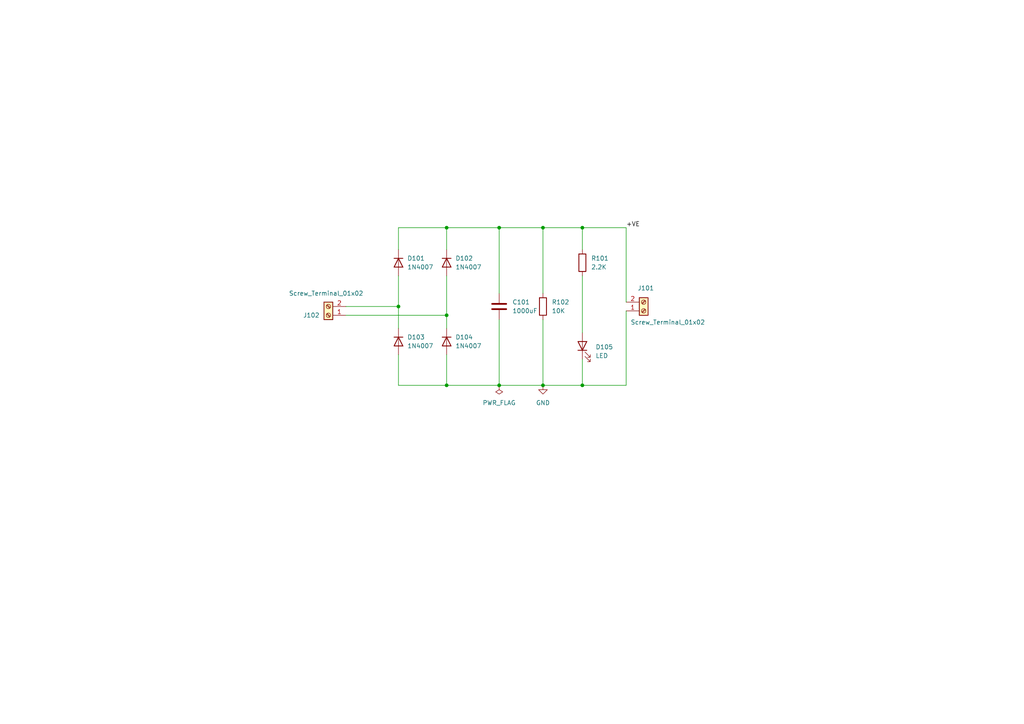
<source format=kicad_sch>
(kicad_sch
	(version 20250114)
	(generator "eeschema")
	(generator_version "9.0")
	(uuid "024c82da-e6ab-4364-bf0a-81fcd53a92ee")
	(paper "A4")
	(title_block
		(title "AC to DC coverter")
		(date "2025-10-03")
		(company "BhargavRamJosh")
	)
	(lib_symbols
		(symbol "Connector:Screw_Terminal_01x02"
			(pin_names
				(offset 1.016)
				(hide yes)
			)
			(exclude_from_sim no)
			(in_bom yes)
			(on_board yes)
			(property "Reference" "J"
				(at 0 2.54 0)
				(effects
					(font
						(size 1.27 1.27)
					)
				)
			)
			(property "Value" "Screw_Terminal_01x02"
				(at 0 -5.08 0)
				(effects
					(font
						(size 1.27 1.27)
					)
				)
			)
			(property "Footprint" ""
				(at 0 0 0)
				(effects
					(font
						(size 1.27 1.27)
					)
					(hide yes)
				)
			)
			(property "Datasheet" "~"
				(at 0 0 0)
				(effects
					(font
						(size 1.27 1.27)
					)
					(hide yes)
				)
			)
			(property "Description" "Generic screw terminal, single row, 01x02, script generated (kicad-library-utils/schlib/autogen/connector/)"
				(at 0 0 0)
				(effects
					(font
						(size 1.27 1.27)
					)
					(hide yes)
				)
			)
			(property "ki_keywords" "screw terminal"
				(at 0 0 0)
				(effects
					(font
						(size 1.27 1.27)
					)
					(hide yes)
				)
			)
			(property "ki_fp_filters" "TerminalBlock*:*"
				(at 0 0 0)
				(effects
					(font
						(size 1.27 1.27)
					)
					(hide yes)
				)
			)
			(symbol "Screw_Terminal_01x02_1_1"
				(rectangle
					(start -1.27 1.27)
					(end 1.27 -3.81)
					(stroke
						(width 0.254)
						(type default)
					)
					(fill
						(type background)
					)
				)
				(polyline
					(pts
						(xy -0.5334 0.3302) (xy 0.3302 -0.508)
					)
					(stroke
						(width 0.1524)
						(type default)
					)
					(fill
						(type none)
					)
				)
				(polyline
					(pts
						(xy -0.5334 -2.2098) (xy 0.3302 -3.048)
					)
					(stroke
						(width 0.1524)
						(type default)
					)
					(fill
						(type none)
					)
				)
				(polyline
					(pts
						(xy -0.3556 0.508) (xy 0.508 -0.3302)
					)
					(stroke
						(width 0.1524)
						(type default)
					)
					(fill
						(type none)
					)
				)
				(polyline
					(pts
						(xy -0.3556 -2.032) (xy 0.508 -2.8702)
					)
					(stroke
						(width 0.1524)
						(type default)
					)
					(fill
						(type none)
					)
				)
				(circle
					(center 0 0)
					(radius 0.635)
					(stroke
						(width 0.1524)
						(type default)
					)
					(fill
						(type none)
					)
				)
				(circle
					(center 0 -2.54)
					(radius 0.635)
					(stroke
						(width 0.1524)
						(type default)
					)
					(fill
						(type none)
					)
				)
				(pin passive line
					(at -5.08 0 0)
					(length 3.81)
					(name "Pin_1"
						(effects
							(font
								(size 1.27 1.27)
							)
						)
					)
					(number "1"
						(effects
							(font
								(size 1.27 1.27)
							)
						)
					)
				)
				(pin passive line
					(at -5.08 -2.54 0)
					(length 3.81)
					(name "Pin_2"
						(effects
							(font
								(size 1.27 1.27)
							)
						)
					)
					(number "2"
						(effects
							(font
								(size 1.27 1.27)
							)
						)
					)
				)
			)
			(embedded_fonts no)
		)
		(symbol "Device:C"
			(pin_numbers
				(hide yes)
			)
			(pin_names
				(offset 0.254)
			)
			(exclude_from_sim no)
			(in_bom yes)
			(on_board yes)
			(property "Reference" "C"
				(at 0.635 2.54 0)
				(effects
					(font
						(size 1.27 1.27)
					)
					(justify left)
				)
			)
			(property "Value" "C"
				(at 0.635 -2.54 0)
				(effects
					(font
						(size 1.27 1.27)
					)
					(justify left)
				)
			)
			(property "Footprint" ""
				(at 0.9652 -3.81 0)
				(effects
					(font
						(size 1.27 1.27)
					)
					(hide yes)
				)
			)
			(property "Datasheet" "~"
				(at 0 0 0)
				(effects
					(font
						(size 1.27 1.27)
					)
					(hide yes)
				)
			)
			(property "Description" "Unpolarized capacitor"
				(at 0 0 0)
				(effects
					(font
						(size 1.27 1.27)
					)
					(hide yes)
				)
			)
			(property "ki_keywords" "cap capacitor"
				(at 0 0 0)
				(effects
					(font
						(size 1.27 1.27)
					)
					(hide yes)
				)
			)
			(property "ki_fp_filters" "C_*"
				(at 0 0 0)
				(effects
					(font
						(size 1.27 1.27)
					)
					(hide yes)
				)
			)
			(symbol "C_0_1"
				(polyline
					(pts
						(xy -2.032 0.762) (xy 2.032 0.762)
					)
					(stroke
						(width 0.508)
						(type default)
					)
					(fill
						(type none)
					)
				)
				(polyline
					(pts
						(xy -2.032 -0.762) (xy 2.032 -0.762)
					)
					(stroke
						(width 0.508)
						(type default)
					)
					(fill
						(type none)
					)
				)
			)
			(symbol "C_1_1"
				(pin passive line
					(at 0 3.81 270)
					(length 2.794)
					(name "~"
						(effects
							(font
								(size 1.27 1.27)
							)
						)
					)
					(number "1"
						(effects
							(font
								(size 1.27 1.27)
							)
						)
					)
				)
				(pin passive line
					(at 0 -3.81 90)
					(length 2.794)
					(name "~"
						(effects
							(font
								(size 1.27 1.27)
							)
						)
					)
					(number "2"
						(effects
							(font
								(size 1.27 1.27)
							)
						)
					)
				)
			)
			(embedded_fonts no)
		)
		(symbol "Device:LED"
			(pin_numbers
				(hide yes)
			)
			(pin_names
				(offset 1.016)
				(hide yes)
			)
			(exclude_from_sim no)
			(in_bom yes)
			(on_board yes)
			(property "Reference" "D"
				(at 0 2.54 0)
				(effects
					(font
						(size 1.27 1.27)
					)
				)
			)
			(property "Value" "LED"
				(at 0 -2.54 0)
				(effects
					(font
						(size 1.27 1.27)
					)
				)
			)
			(property "Footprint" ""
				(at 0 0 0)
				(effects
					(font
						(size 1.27 1.27)
					)
					(hide yes)
				)
			)
			(property "Datasheet" "~"
				(at 0 0 0)
				(effects
					(font
						(size 1.27 1.27)
					)
					(hide yes)
				)
			)
			(property "Description" "Light emitting diode"
				(at 0 0 0)
				(effects
					(font
						(size 1.27 1.27)
					)
					(hide yes)
				)
			)
			(property "Sim.Pins" "1=K 2=A"
				(at 0 0 0)
				(effects
					(font
						(size 1.27 1.27)
					)
					(hide yes)
				)
			)
			(property "ki_keywords" "LED diode"
				(at 0 0 0)
				(effects
					(font
						(size 1.27 1.27)
					)
					(hide yes)
				)
			)
			(property "ki_fp_filters" "LED* LED_SMD:* LED_THT:*"
				(at 0 0 0)
				(effects
					(font
						(size 1.27 1.27)
					)
					(hide yes)
				)
			)
			(symbol "LED_0_1"
				(polyline
					(pts
						(xy -3.048 -0.762) (xy -4.572 -2.286) (xy -3.81 -2.286) (xy -4.572 -2.286) (xy -4.572 -1.524)
					)
					(stroke
						(width 0)
						(type default)
					)
					(fill
						(type none)
					)
				)
				(polyline
					(pts
						(xy -1.778 -0.762) (xy -3.302 -2.286) (xy -2.54 -2.286) (xy -3.302 -2.286) (xy -3.302 -1.524)
					)
					(stroke
						(width 0)
						(type default)
					)
					(fill
						(type none)
					)
				)
				(polyline
					(pts
						(xy -1.27 0) (xy 1.27 0)
					)
					(stroke
						(width 0)
						(type default)
					)
					(fill
						(type none)
					)
				)
				(polyline
					(pts
						(xy -1.27 -1.27) (xy -1.27 1.27)
					)
					(stroke
						(width 0.254)
						(type default)
					)
					(fill
						(type none)
					)
				)
				(polyline
					(pts
						(xy 1.27 -1.27) (xy 1.27 1.27) (xy -1.27 0) (xy 1.27 -1.27)
					)
					(stroke
						(width 0.254)
						(type default)
					)
					(fill
						(type none)
					)
				)
			)
			(symbol "LED_1_1"
				(pin passive line
					(at -3.81 0 0)
					(length 2.54)
					(name "K"
						(effects
							(font
								(size 1.27 1.27)
							)
						)
					)
					(number "1"
						(effects
							(font
								(size 1.27 1.27)
							)
						)
					)
				)
				(pin passive line
					(at 3.81 0 180)
					(length 2.54)
					(name "A"
						(effects
							(font
								(size 1.27 1.27)
							)
						)
					)
					(number "2"
						(effects
							(font
								(size 1.27 1.27)
							)
						)
					)
				)
			)
			(embedded_fonts no)
		)
		(symbol "Device:R"
			(pin_numbers
				(hide yes)
			)
			(pin_names
				(offset 0)
			)
			(exclude_from_sim no)
			(in_bom yes)
			(on_board yes)
			(property "Reference" "R"
				(at 2.032 0 90)
				(effects
					(font
						(size 1.27 1.27)
					)
				)
			)
			(property "Value" "R"
				(at 0 0 90)
				(effects
					(font
						(size 1.27 1.27)
					)
				)
			)
			(property "Footprint" ""
				(at -1.778 0 90)
				(effects
					(font
						(size 1.27 1.27)
					)
					(hide yes)
				)
			)
			(property "Datasheet" "~"
				(at 0 0 0)
				(effects
					(font
						(size 1.27 1.27)
					)
					(hide yes)
				)
			)
			(property "Description" "Resistor"
				(at 0 0 0)
				(effects
					(font
						(size 1.27 1.27)
					)
					(hide yes)
				)
			)
			(property "ki_keywords" "R res resistor"
				(at 0 0 0)
				(effects
					(font
						(size 1.27 1.27)
					)
					(hide yes)
				)
			)
			(property "ki_fp_filters" "R_*"
				(at 0 0 0)
				(effects
					(font
						(size 1.27 1.27)
					)
					(hide yes)
				)
			)
			(symbol "R_0_1"
				(rectangle
					(start -1.016 -2.54)
					(end 1.016 2.54)
					(stroke
						(width 0.254)
						(type default)
					)
					(fill
						(type none)
					)
				)
			)
			(symbol "R_1_1"
				(pin passive line
					(at 0 3.81 270)
					(length 1.27)
					(name "~"
						(effects
							(font
								(size 1.27 1.27)
							)
						)
					)
					(number "1"
						(effects
							(font
								(size 1.27 1.27)
							)
						)
					)
				)
				(pin passive line
					(at 0 -3.81 90)
					(length 1.27)
					(name "~"
						(effects
							(font
								(size 1.27 1.27)
							)
						)
					)
					(number "2"
						(effects
							(font
								(size 1.27 1.27)
							)
						)
					)
				)
			)
			(embedded_fonts no)
		)
		(symbol "Diode:1N4007"
			(pin_numbers
				(hide yes)
			)
			(pin_names
				(hide yes)
			)
			(exclude_from_sim no)
			(in_bom yes)
			(on_board yes)
			(property "Reference" "D"
				(at 0 2.54 0)
				(effects
					(font
						(size 1.27 1.27)
					)
				)
			)
			(property "Value" "1N4007"
				(at 0 -2.54 0)
				(effects
					(font
						(size 1.27 1.27)
					)
				)
			)
			(property "Footprint" "Diode_THT:D_DO-41_SOD81_P10.16mm_Horizontal"
				(at 0 -4.445 0)
				(effects
					(font
						(size 1.27 1.27)
					)
					(hide yes)
				)
			)
			(property "Datasheet" "http://www.vishay.com/docs/88503/1n4001.pdf"
				(at 0 0 0)
				(effects
					(font
						(size 1.27 1.27)
					)
					(hide yes)
				)
			)
			(property "Description" "1000V 1A General Purpose Rectifier Diode, DO-41"
				(at 0 0 0)
				(effects
					(font
						(size 1.27 1.27)
					)
					(hide yes)
				)
			)
			(property "Sim.Device" "D"
				(at 0 0 0)
				(effects
					(font
						(size 1.27 1.27)
					)
					(hide yes)
				)
			)
			(property "Sim.Pins" "1=K 2=A"
				(at 0 0 0)
				(effects
					(font
						(size 1.27 1.27)
					)
					(hide yes)
				)
			)
			(property "ki_keywords" "diode"
				(at 0 0 0)
				(effects
					(font
						(size 1.27 1.27)
					)
					(hide yes)
				)
			)
			(property "ki_fp_filters" "D*DO?41*"
				(at 0 0 0)
				(effects
					(font
						(size 1.27 1.27)
					)
					(hide yes)
				)
			)
			(symbol "1N4007_0_1"
				(polyline
					(pts
						(xy -1.27 1.27) (xy -1.27 -1.27)
					)
					(stroke
						(width 0.254)
						(type default)
					)
					(fill
						(type none)
					)
				)
				(polyline
					(pts
						(xy 1.27 1.27) (xy 1.27 -1.27) (xy -1.27 0) (xy 1.27 1.27)
					)
					(stroke
						(width 0.254)
						(type default)
					)
					(fill
						(type none)
					)
				)
				(polyline
					(pts
						(xy 1.27 0) (xy -1.27 0)
					)
					(stroke
						(width 0)
						(type default)
					)
					(fill
						(type none)
					)
				)
			)
			(symbol "1N4007_1_1"
				(pin passive line
					(at -3.81 0 0)
					(length 2.54)
					(name "K"
						(effects
							(font
								(size 1.27 1.27)
							)
						)
					)
					(number "1"
						(effects
							(font
								(size 1.27 1.27)
							)
						)
					)
				)
				(pin passive line
					(at 3.81 0 180)
					(length 2.54)
					(name "A"
						(effects
							(font
								(size 1.27 1.27)
							)
						)
					)
					(number "2"
						(effects
							(font
								(size 1.27 1.27)
							)
						)
					)
				)
			)
			(embedded_fonts no)
		)
		(symbol "power:GND"
			(power)
			(pin_numbers
				(hide yes)
			)
			(pin_names
				(offset 0)
				(hide yes)
			)
			(exclude_from_sim no)
			(in_bom yes)
			(on_board yes)
			(property "Reference" "#PWR"
				(at 0 -6.35 0)
				(effects
					(font
						(size 1.27 1.27)
					)
					(hide yes)
				)
			)
			(property "Value" "GND"
				(at 0 -3.81 0)
				(effects
					(font
						(size 1.27 1.27)
					)
				)
			)
			(property "Footprint" ""
				(at 0 0 0)
				(effects
					(font
						(size 1.27 1.27)
					)
					(hide yes)
				)
			)
			(property "Datasheet" ""
				(at 0 0 0)
				(effects
					(font
						(size 1.27 1.27)
					)
					(hide yes)
				)
			)
			(property "Description" "Power symbol creates a global label with name \"GND\" , ground"
				(at 0 0 0)
				(effects
					(font
						(size 1.27 1.27)
					)
					(hide yes)
				)
			)
			(property "ki_keywords" "global power"
				(at 0 0 0)
				(effects
					(font
						(size 1.27 1.27)
					)
					(hide yes)
				)
			)
			(symbol "GND_0_1"
				(polyline
					(pts
						(xy 0 0) (xy 0 -1.27) (xy 1.27 -1.27) (xy 0 -2.54) (xy -1.27 -1.27) (xy 0 -1.27)
					)
					(stroke
						(width 0)
						(type default)
					)
					(fill
						(type none)
					)
				)
			)
			(symbol "GND_1_1"
				(pin power_in line
					(at 0 0 270)
					(length 0)
					(name "~"
						(effects
							(font
								(size 1.27 1.27)
							)
						)
					)
					(number "1"
						(effects
							(font
								(size 1.27 1.27)
							)
						)
					)
				)
			)
			(embedded_fonts no)
		)
		(symbol "power:PWR_FLAG"
			(power)
			(pin_numbers
				(hide yes)
			)
			(pin_names
				(offset 0)
				(hide yes)
			)
			(exclude_from_sim no)
			(in_bom yes)
			(on_board yes)
			(property "Reference" "#FLG"
				(at 0 1.905 0)
				(effects
					(font
						(size 1.27 1.27)
					)
					(hide yes)
				)
			)
			(property "Value" "PWR_FLAG"
				(at 0 3.81 0)
				(effects
					(font
						(size 1.27 1.27)
					)
				)
			)
			(property "Footprint" ""
				(at 0 0 0)
				(effects
					(font
						(size 1.27 1.27)
					)
					(hide yes)
				)
			)
			(property "Datasheet" "~"
				(at 0 0 0)
				(effects
					(font
						(size 1.27 1.27)
					)
					(hide yes)
				)
			)
			(property "Description" "Special symbol for telling ERC where power comes from"
				(at 0 0 0)
				(effects
					(font
						(size 1.27 1.27)
					)
					(hide yes)
				)
			)
			(property "ki_keywords" "flag power"
				(at 0 0 0)
				(effects
					(font
						(size 1.27 1.27)
					)
					(hide yes)
				)
			)
			(symbol "PWR_FLAG_0_0"
				(pin power_out line
					(at 0 0 90)
					(length 0)
					(name "~"
						(effects
							(font
								(size 1.27 1.27)
							)
						)
					)
					(number "1"
						(effects
							(font
								(size 1.27 1.27)
							)
						)
					)
				)
			)
			(symbol "PWR_FLAG_0_1"
				(polyline
					(pts
						(xy 0 0) (xy 0 1.27) (xy -1.016 1.905) (xy 0 2.54) (xy 1.016 1.905) (xy 0 1.27)
					)
					(stroke
						(width 0)
						(type default)
					)
					(fill
						(type none)
					)
				)
			)
			(embedded_fonts no)
		)
	)
	(junction
		(at 129.54 91.44)
		(diameter 0)
		(color 0 0 0 0)
		(uuid "0c8c015d-d0f9-49c7-866c-b2dbf14b0559")
	)
	(junction
		(at 144.78 66.04)
		(diameter 0)
		(color 0 0 0 0)
		(uuid "65d5d7d5-ed08-4308-a810-cf07c33a87a8")
	)
	(junction
		(at 129.54 66.04)
		(diameter 0)
		(color 0 0 0 0)
		(uuid "8acc20ae-a4e9-464d-b613-833cd0398eee")
	)
	(junction
		(at 168.91 66.04)
		(diameter 0)
		(color 0 0 0 0)
		(uuid "90cd4748-2d65-40cc-9bf6-45503b324d14")
	)
	(junction
		(at 157.48 66.04)
		(diameter 0)
		(color 0 0 0 0)
		(uuid "930f90de-d3b4-434b-803c-b6cffeaba174")
	)
	(junction
		(at 129.54 111.76)
		(diameter 0)
		(color 0 0 0 0)
		(uuid "9f75d249-b838-4d05-b161-a8fd03f68fb2")
	)
	(junction
		(at 157.48 111.76)
		(diameter 0)
		(color 0 0 0 0)
		(uuid "b0a588df-4236-4a62-b2a6-5050047835f1")
	)
	(junction
		(at 115.57 88.9)
		(diameter 0)
		(color 0 0 0 0)
		(uuid "bb36a4ba-7864-4b47-8331-ab9ed6bcf84c")
	)
	(junction
		(at 144.78 111.76)
		(diameter 0)
		(color 0 0 0 0)
		(uuid "d0f66cbd-8909-4937-b052-292aa8af0c96")
	)
	(junction
		(at 168.91 111.76)
		(diameter 0)
		(color 0 0 0 0)
		(uuid "efc29fe6-667a-467a-ac7e-27c1a0a30811")
	)
	(wire
		(pts
			(xy 168.91 104.14) (xy 168.91 111.76)
		)
		(stroke
			(width 0)
			(type default)
		)
		(uuid "1116012b-d730-48cd-8dc6-183122dc394b")
	)
	(wire
		(pts
			(xy 115.57 102.87) (xy 115.57 111.76)
		)
		(stroke
			(width 0)
			(type default)
		)
		(uuid "137f3af4-c010-4f18-9679-7ec42aa6e50a")
	)
	(wire
		(pts
			(xy 168.91 80.01) (xy 168.91 96.52)
		)
		(stroke
			(width 0)
			(type default)
		)
		(uuid "1e29e9b5-e4f6-4fba-906e-527762f22b3f")
	)
	(wire
		(pts
			(xy 144.78 66.04) (xy 157.48 66.04)
		)
		(stroke
			(width 0)
			(type default)
		)
		(uuid "1f277817-b70e-4a60-acd2-c3d22621f834")
	)
	(wire
		(pts
			(xy 115.57 111.76) (xy 129.54 111.76)
		)
		(stroke
			(width 0)
			(type default)
		)
		(uuid "272631fb-8312-4fbd-b87d-e77eef7f64d1")
	)
	(wire
		(pts
			(xy 115.57 88.9) (xy 115.57 95.25)
		)
		(stroke
			(width 0)
			(type default)
		)
		(uuid "2b4cb905-2bf0-4566-83af-f684eb7d70b8")
	)
	(wire
		(pts
			(xy 144.78 85.09) (xy 144.78 66.04)
		)
		(stroke
			(width 0)
			(type default)
		)
		(uuid "33d2f48f-5395-4b26-9c46-3caad4aafe41")
	)
	(wire
		(pts
			(xy 181.61 87.63) (xy 181.61 66.04)
		)
		(stroke
			(width 0)
			(type default)
		)
		(uuid "3c84586b-dfe7-455b-8f86-a0b398fd1a22")
	)
	(wire
		(pts
			(xy 181.61 66.04) (xy 168.91 66.04)
		)
		(stroke
			(width 0)
			(type default)
		)
		(uuid "3cb3b5fe-ad18-4187-802e-74b078dced35")
	)
	(wire
		(pts
			(xy 129.54 111.76) (xy 129.54 102.87)
		)
		(stroke
			(width 0)
			(type default)
		)
		(uuid "425c6159-30b2-4bef-aec4-95e8782112c6")
	)
	(wire
		(pts
			(xy 144.78 92.71) (xy 144.78 111.76)
		)
		(stroke
			(width 0)
			(type default)
		)
		(uuid "63fa6345-a008-4a0e-b53c-5ad305cad5b8")
	)
	(wire
		(pts
			(xy 157.48 111.76) (xy 144.78 111.76)
		)
		(stroke
			(width 0)
			(type default)
		)
		(uuid "69e774b4-80b4-49d0-94df-3501ea918bd2")
	)
	(wire
		(pts
			(xy 144.78 66.04) (xy 129.54 66.04)
		)
		(stroke
			(width 0)
			(type default)
		)
		(uuid "71fedd9e-bd9a-4440-a9f9-b506e69a1e01")
	)
	(wire
		(pts
			(xy 100.33 91.44) (xy 129.54 91.44)
		)
		(stroke
			(width 0)
			(type default)
		)
		(uuid "7393e4fc-6639-4eb6-a015-b905f8375f19")
	)
	(wire
		(pts
			(xy 115.57 80.01) (xy 115.57 88.9)
		)
		(stroke
			(width 0)
			(type default)
		)
		(uuid "7a7fea30-61d0-4759-a5fc-3f4b25aa12b1")
	)
	(wire
		(pts
			(xy 157.48 92.71) (xy 157.48 111.76)
		)
		(stroke
			(width 0)
			(type default)
		)
		(uuid "7e5375b4-09ce-4513-acf8-bad2e0f65267")
	)
	(wire
		(pts
			(xy 100.33 88.9) (xy 115.57 88.9)
		)
		(stroke
			(width 0)
			(type default)
		)
		(uuid "8209f9e1-25a5-4929-8a7f-a23d9bd52f3c")
	)
	(wire
		(pts
			(xy 144.78 111.76) (xy 129.54 111.76)
		)
		(stroke
			(width 0)
			(type default)
		)
		(uuid "837469f6-6b26-497d-b9fb-3e9af131a35a")
	)
	(wire
		(pts
			(xy 168.91 66.04) (xy 157.48 66.04)
		)
		(stroke
			(width 0)
			(type default)
		)
		(uuid "83d8e714-215c-43e1-afe1-a65651f36c6c")
	)
	(wire
		(pts
			(xy 181.61 111.76) (xy 168.91 111.76)
		)
		(stroke
			(width 0)
			(type default)
		)
		(uuid "a9916a9e-fb60-4644-8f2a-ec2738d62808")
	)
	(wire
		(pts
			(xy 115.57 72.39) (xy 115.57 66.04)
		)
		(stroke
			(width 0)
			(type default)
		)
		(uuid "ad3548db-8b28-4e95-8861-255c7e7f1022")
	)
	(wire
		(pts
			(xy 168.91 111.76) (xy 157.48 111.76)
		)
		(stroke
			(width 0)
			(type default)
		)
		(uuid "b2f9c20d-a351-4e78-96ff-d0990b63813b")
	)
	(wire
		(pts
			(xy 129.54 91.44) (xy 129.54 95.25)
		)
		(stroke
			(width 0)
			(type default)
		)
		(uuid "b4e03c5e-af18-46d4-a073-62d369241c35")
	)
	(wire
		(pts
			(xy 129.54 66.04) (xy 129.54 72.39)
		)
		(stroke
			(width 0)
			(type default)
		)
		(uuid "c11a73c2-96ad-49be-a378-b945958127ad")
	)
	(wire
		(pts
			(xy 157.48 85.09) (xy 157.48 66.04)
		)
		(stroke
			(width 0)
			(type default)
		)
		(uuid "c4579926-312e-42ac-9fad-1218bc5e295d")
	)
	(wire
		(pts
			(xy 115.57 66.04) (xy 129.54 66.04)
		)
		(stroke
			(width 0)
			(type default)
		)
		(uuid "d7419500-c352-41b2-ab56-76cf0156d4cb")
	)
	(wire
		(pts
			(xy 168.91 72.39) (xy 168.91 66.04)
		)
		(stroke
			(width 0)
			(type default)
		)
		(uuid "ebaf4189-93bf-4968-b732-6d618b2acc8b")
	)
	(wire
		(pts
			(xy 129.54 80.01) (xy 129.54 91.44)
		)
		(stroke
			(width 0)
			(type default)
		)
		(uuid "f90dd588-5392-4fb8-8910-d71d35ef2b2e")
	)
	(wire
		(pts
			(xy 181.61 90.17) (xy 181.61 111.76)
		)
		(stroke
			(width 0)
			(type default)
		)
		(uuid "fda272d1-75ca-4589-8e0c-8ef2b1fd684f")
	)
	(label "+VE"
		(at 181.61 66.04 0)
		(effects
			(font
				(size 1.27 1.27)
			)
			(justify left bottom)
		)
		(uuid "e8179fe4-7002-4c21-9821-03eead06085b")
	)
	(symbol
		(lib_id "Diode:1N4007")
		(at 129.54 76.2 270)
		(unit 1)
		(exclude_from_sim no)
		(in_bom yes)
		(on_board yes)
		(dnp no)
		(fields_autoplaced yes)
		(uuid "0c79b997-2275-465c-9046-c6afc3dafbe0")
		(property "Reference" "D102"
			(at 132.08 74.9299 90)
			(effects
				(font
					(size 1.27 1.27)
				)
				(justify left)
			)
		)
		(property "Value" "1N4007"
			(at 132.08 77.4699 90)
			(effects
				(font
					(size 1.27 1.27)
				)
				(justify left)
			)
		)
		(property "Footprint" "Diode_THT:D_DO-41_SOD81_P10.16mm_Horizontal"
			(at 125.095 76.2 0)
			(effects
				(font
					(size 1.27 1.27)
				)
				(hide yes)
			)
		)
		(property "Datasheet" "http://www.vishay.com/docs/88503/1n4001.pdf"
			(at 129.54 76.2 0)
			(effects
				(font
					(size 1.27 1.27)
				)
				(hide yes)
			)
		)
		(property "Description" "1000V 1A General Purpose Rectifier Diode, DO-41"
			(at 129.54 76.2 0)
			(effects
				(font
					(size 1.27 1.27)
				)
				(hide yes)
			)
		)
		(property "Sim.Device" "D"
			(at 129.54 76.2 0)
			(effects
				(font
					(size 1.27 1.27)
				)
				(hide yes)
			)
		)
		(property "Sim.Pins" "1=K 2=A"
			(at 129.54 76.2 0)
			(effects
				(font
					(size 1.27 1.27)
				)
				(hide yes)
			)
		)
		(pin "2"
			(uuid "fe72ada9-9a45-4ac9-a7e4-c8dd88c2f36a")
		)
		(pin "1"
			(uuid "a87a9fc9-da03-478c-9769-f65ff81d56c4")
		)
		(instances
			(project ""
				(path "/024c82da-e6ab-4364-bf0a-81fcd53a92ee"
					(reference "D102")
					(unit 1)
				)
			)
		)
	)
	(symbol
		(lib_id "Connector:Screw_Terminal_01x02")
		(at 95.25 91.44 180)
		(unit 1)
		(exclude_from_sim no)
		(in_bom yes)
		(on_board yes)
		(dnp no)
		(uuid "247c3307-9f0e-4500-aa10-6281f66c43d9")
		(property "Reference" "J102"
			(at 92.71 91.4401 0)
			(effects
				(font
					(size 1.27 1.27)
				)
				(justify left)
			)
		)
		(property "Value" "Screw_Terminal_01x02"
			(at 105.41 85.09 0)
			(effects
				(font
					(size 1.27 1.27)
				)
				(justify left)
			)
		)
		(property "Footprint" "TerminalBlock:TerminalBlock_bornier-2_P5.08mm"
			(at 95.25 91.44 0)
			(effects
				(font
					(size 1.27 1.27)
				)
				(hide yes)
			)
		)
		(property "Datasheet" "~"
			(at 95.25 91.44 0)
			(effects
				(font
					(size 1.27 1.27)
				)
				(hide yes)
			)
		)
		(property "Description" "Generic screw terminal, single row, 01x02, script generated (kicad-library-utils/schlib/autogen/connector/)"
			(at 95.25 91.44 0)
			(effects
				(font
					(size 1.27 1.27)
				)
				(hide yes)
			)
		)
		(pin "2"
			(uuid "f629d353-483b-42c8-9bbb-b15f473e5461")
		)
		(pin "1"
			(uuid "c9e7a7a5-144f-4ab4-86cf-55d947baf7b3")
		)
		(instances
			(project ""
				(path "/024c82da-e6ab-4364-bf0a-81fcd53a92ee"
					(reference "J102")
					(unit 1)
				)
			)
		)
	)
	(symbol
		(lib_id "Device:C")
		(at 144.78 88.9 0)
		(unit 1)
		(exclude_from_sim no)
		(in_bom yes)
		(on_board yes)
		(dnp no)
		(fields_autoplaced yes)
		(uuid "2685d5cd-8b78-409c-8d9c-5d72428fb5bb")
		(property "Reference" "C101"
			(at 148.59 87.6299 0)
			(effects
				(font
					(size 1.27 1.27)
				)
				(justify left)
			)
		)
		(property "Value" "1000uF"
			(at 148.59 90.1699 0)
			(effects
				(font
					(size 1.27 1.27)
				)
				(justify left)
			)
		)
		(property "Footprint" "Capacitor_THT:C_Radial_D8.0mm_H11.5mm_P3.50mm"
			(at 145.7452 92.71 0)
			(effects
				(font
					(size 1.27 1.27)
				)
				(hide yes)
			)
		)
		(property "Datasheet" "~"
			(at 144.78 88.9 0)
			(effects
				(font
					(size 1.27 1.27)
				)
				(hide yes)
			)
		)
		(property "Description" "Unpolarized capacitor"
			(at 144.78 88.9 0)
			(effects
				(font
					(size 1.27 1.27)
				)
				(hide yes)
			)
		)
		(pin "2"
			(uuid "0810eda9-cff2-464f-96e5-a7d7ea6ba41e")
		)
		(pin "1"
			(uuid "2cd1d24b-53c3-422b-b944-17621b4d29e4")
		)
		(instances
			(project ""
				(path "/024c82da-e6ab-4364-bf0a-81fcd53a92ee"
					(reference "C101")
					(unit 1)
				)
			)
		)
	)
	(symbol
		(lib_id "power:GND")
		(at 157.48 111.76 0)
		(unit 1)
		(exclude_from_sim no)
		(in_bom yes)
		(on_board yes)
		(dnp no)
		(fields_autoplaced yes)
		(uuid "2715a6f8-c9dc-46fa-8da7-4a79f8b62d42")
		(property "Reference" "#PWR0101"
			(at 157.48 118.11 0)
			(effects
				(font
					(size 1.27 1.27)
				)
				(hide yes)
			)
		)
		(property "Value" "GND"
			(at 157.48 116.84 0)
			(effects
				(font
					(size 1.27 1.27)
				)
			)
		)
		(property "Footprint" ""
			(at 157.48 111.76 0)
			(effects
				(font
					(size 1.27 1.27)
				)
				(hide yes)
			)
		)
		(property "Datasheet" ""
			(at 157.48 111.76 0)
			(effects
				(font
					(size 1.27 1.27)
				)
				(hide yes)
			)
		)
		(property "Description" "Power symbol creates a global label with name \"GND\" , ground"
			(at 157.48 111.76 0)
			(effects
				(font
					(size 1.27 1.27)
				)
				(hide yes)
			)
		)
		(pin "1"
			(uuid "1ddf096a-5b40-47d0-b801-8337027edc31")
		)
		(instances
			(project ""
				(path "/024c82da-e6ab-4364-bf0a-81fcd53a92ee"
					(reference "#PWR0101")
					(unit 1)
				)
			)
		)
	)
	(symbol
		(lib_id "Diode:1N4007")
		(at 129.54 99.06 270)
		(unit 1)
		(exclude_from_sim no)
		(in_bom yes)
		(on_board yes)
		(dnp no)
		(fields_autoplaced yes)
		(uuid "51af438b-0360-4abf-b2f9-7a36fcd1e903")
		(property "Reference" "D104"
			(at 132.08 97.7899 90)
			(effects
				(font
					(size 1.27 1.27)
				)
				(justify left)
			)
		)
		(property "Value" "1N4007"
			(at 132.08 100.3299 90)
			(effects
				(font
					(size 1.27 1.27)
				)
				(justify left)
			)
		)
		(property "Footprint" "Diode_THT:D_DO-41_SOD81_P10.16mm_Horizontal"
			(at 125.095 99.06 0)
			(effects
				(font
					(size 1.27 1.27)
				)
				(hide yes)
			)
		)
		(property "Datasheet" "http://www.vishay.com/docs/88503/1n4001.pdf"
			(at 129.54 99.06 0)
			(effects
				(font
					(size 1.27 1.27)
				)
				(hide yes)
			)
		)
		(property "Description" "1000V 1A General Purpose Rectifier Diode, DO-41"
			(at 129.54 99.06 0)
			(effects
				(font
					(size 1.27 1.27)
				)
				(hide yes)
			)
		)
		(property "Sim.Device" "D"
			(at 129.54 99.06 0)
			(effects
				(font
					(size 1.27 1.27)
				)
				(hide yes)
			)
		)
		(property "Sim.Pins" "1=K 2=A"
			(at 129.54 99.06 0)
			(effects
				(font
					(size 1.27 1.27)
				)
				(hide yes)
			)
		)
		(pin "2"
			(uuid "1b72b55f-c3c5-45c7-84a6-7e0dbac7fe50")
		)
		(pin "1"
			(uuid "d3bb6a3a-00a9-4f67-b1c3-23cf27e5593a")
		)
		(instances
			(project "Project1_AC_2_DC_converter"
				(path "/024c82da-e6ab-4364-bf0a-81fcd53a92ee"
					(reference "D104")
					(unit 1)
				)
			)
		)
	)
	(symbol
		(lib_id "Diode:1N4007")
		(at 115.57 99.06 270)
		(unit 1)
		(exclude_from_sim no)
		(in_bom yes)
		(on_board yes)
		(dnp no)
		(fields_autoplaced yes)
		(uuid "7b4c62ce-dec8-4221-a834-7b17c35ebc02")
		(property "Reference" "D103"
			(at 118.11 97.7899 90)
			(effects
				(font
					(size 1.27 1.27)
				)
				(justify left)
			)
		)
		(property "Value" "1N4007"
			(at 118.11 100.3299 90)
			(effects
				(font
					(size 1.27 1.27)
				)
				(justify left)
			)
		)
		(property "Footprint" "Diode_THT:D_DO-41_SOD81_P10.16mm_Horizontal"
			(at 111.125 99.06 0)
			(effects
				(font
					(size 1.27 1.27)
				)
				(hide yes)
			)
		)
		(property "Datasheet" "http://www.vishay.com/docs/88503/1n4001.pdf"
			(at 115.57 99.06 0)
			(effects
				(font
					(size 1.27 1.27)
				)
				(hide yes)
			)
		)
		(property "Description" "1000V 1A General Purpose Rectifier Diode, DO-41"
			(at 115.57 99.06 0)
			(effects
				(font
					(size 1.27 1.27)
				)
				(hide yes)
			)
		)
		(property "Sim.Device" "D"
			(at 115.57 99.06 0)
			(effects
				(font
					(size 1.27 1.27)
				)
				(hide yes)
			)
		)
		(property "Sim.Pins" "1=K 2=A"
			(at 115.57 99.06 0)
			(effects
				(font
					(size 1.27 1.27)
				)
				(hide yes)
			)
		)
		(pin "2"
			(uuid "1f928c75-74e5-4718-811f-b08ea318f049")
		)
		(pin "1"
			(uuid "72b12a0d-ad9e-4667-978f-e42d7449442d")
		)
		(instances
			(project "Project1_AC_2_DC_converter"
				(path "/024c82da-e6ab-4364-bf0a-81fcd53a92ee"
					(reference "D103")
					(unit 1)
				)
			)
		)
	)
	(symbol
		(lib_id "Device:R")
		(at 157.48 88.9 0)
		(unit 1)
		(exclude_from_sim no)
		(in_bom yes)
		(on_board yes)
		(dnp no)
		(fields_autoplaced yes)
		(uuid "8fc0d0e2-3f9c-42c5-a69d-0c9df5708830")
		(property "Reference" "R102"
			(at 160.02 87.6299 0)
			(effects
				(font
					(size 1.27 1.27)
				)
				(justify left)
			)
		)
		(property "Value" "10K"
			(at 160.02 90.1699 0)
			(effects
				(font
					(size 1.27 1.27)
				)
				(justify left)
			)
		)
		(property "Footprint" "Resistor_THT:R_Axial_DIN0207_L6.3mm_D2.5mm_P7.62mm_Horizontal"
			(at 155.702 88.9 90)
			(effects
				(font
					(size 1.27 1.27)
				)
				(hide yes)
			)
		)
		(property "Datasheet" "~"
			(at 157.48 88.9 0)
			(effects
				(font
					(size 1.27 1.27)
				)
				(hide yes)
			)
		)
		(property "Description" "Resistor"
			(at 157.48 88.9 0)
			(effects
				(font
					(size 1.27 1.27)
				)
				(hide yes)
			)
		)
		(pin "1"
			(uuid "972cc900-c5cb-4015-9cc7-2b9f35afb025")
		)
		(pin "2"
			(uuid "ea4f3ace-efe3-496f-87d7-3169844d4205")
		)
		(instances
			(project "Project1_AC_2_DC_converter"
				(path "/024c82da-e6ab-4364-bf0a-81fcd53a92ee"
					(reference "R102")
					(unit 1)
				)
			)
		)
	)
	(symbol
		(lib_id "Device:R")
		(at 168.91 76.2 0)
		(unit 1)
		(exclude_from_sim no)
		(in_bom yes)
		(on_board yes)
		(dnp no)
		(fields_autoplaced yes)
		(uuid "922b4b4e-0f93-45f8-bc04-ec84a32b5c79")
		(property "Reference" "R101"
			(at 171.45 74.9299 0)
			(effects
				(font
					(size 1.27 1.27)
				)
				(justify left)
			)
		)
		(property "Value" "2.2K"
			(at 171.45 77.4699 0)
			(effects
				(font
					(size 1.27 1.27)
				)
				(justify left)
			)
		)
		(property "Footprint" "Resistor_THT:R_Axial_DIN0207_L6.3mm_D2.5mm_P7.62mm_Horizontal"
			(at 167.132 76.2 90)
			(effects
				(font
					(size 1.27 1.27)
				)
				(hide yes)
			)
		)
		(property "Datasheet" "~"
			(at 168.91 76.2 0)
			(effects
				(font
					(size 1.27 1.27)
				)
				(hide yes)
			)
		)
		(property "Description" "Resistor"
			(at 168.91 76.2 0)
			(effects
				(font
					(size 1.27 1.27)
				)
				(hide yes)
			)
		)
		(pin "1"
			(uuid "4f00a39b-a528-43a5-9f5d-d3cd39abf418")
		)
		(pin "2"
			(uuid "0913a7f5-04f2-4e92-a098-36557e0244d9")
		)
		(instances
			(project ""
				(path "/024c82da-e6ab-4364-bf0a-81fcd53a92ee"
					(reference "R101")
					(unit 1)
				)
			)
		)
	)
	(symbol
		(lib_id "Device:LED")
		(at 168.91 100.33 90)
		(unit 1)
		(exclude_from_sim no)
		(in_bom yes)
		(on_board yes)
		(dnp no)
		(fields_autoplaced yes)
		(uuid "95519391-0b0e-4de8-aaa8-7bc719f57546")
		(property "Reference" "D105"
			(at 172.72 100.6474 90)
			(effects
				(font
					(size 1.27 1.27)
				)
				(justify right)
			)
		)
		(property "Value" "LED"
			(at 172.72 103.1874 90)
			(effects
				(font
					(size 1.27 1.27)
				)
				(justify right)
			)
		)
		(property "Footprint" "LED_THT:LED_D5.0mm"
			(at 168.91 100.33 0)
			(effects
				(font
					(size 1.27 1.27)
				)
				(hide yes)
			)
		)
		(property "Datasheet" "~"
			(at 168.91 100.33 0)
			(effects
				(font
					(size 1.27 1.27)
				)
				(hide yes)
			)
		)
		(property "Description" "Light emitting diode"
			(at 168.91 100.33 0)
			(effects
				(font
					(size 1.27 1.27)
				)
				(hide yes)
			)
		)
		(property "Sim.Pins" "1=K 2=A"
			(at 168.91 100.33 0)
			(effects
				(font
					(size 1.27 1.27)
				)
				(hide yes)
			)
		)
		(pin "1"
			(uuid "6f285892-61ef-4f37-b3ab-ae714dd9383d")
		)
		(pin "2"
			(uuid "6a964f97-e241-4690-a4da-1391dfaaf945")
		)
		(instances
			(project ""
				(path "/024c82da-e6ab-4364-bf0a-81fcd53a92ee"
					(reference "D105")
					(unit 1)
				)
			)
		)
	)
	(symbol
		(lib_id "Connector:Screw_Terminal_01x02")
		(at 186.69 90.17 0)
		(mirror x)
		(unit 1)
		(exclude_from_sim no)
		(in_bom yes)
		(on_board yes)
		(dnp no)
		(uuid "c8d746b1-5cca-435e-a310-9cb59a979f65")
		(property "Reference" "J101"
			(at 184.912 83.566 0)
			(effects
				(font
					(size 1.27 1.27)
				)
				(justify left)
			)
		)
		(property "Value" "Screw_Terminal_01x02"
			(at 182.88 93.472 0)
			(effects
				(font
					(size 1.27 1.27)
				)
				(justify left)
			)
		)
		(property "Footprint" "TerminalBlock:TerminalBlock_bornier-2_P5.08mm"
			(at 186.69 90.17 0)
			(effects
				(font
					(size 1.27 1.27)
				)
				(hide yes)
			)
		)
		(property "Datasheet" "~"
			(at 186.69 90.17 0)
			(effects
				(font
					(size 1.27 1.27)
				)
				(hide yes)
			)
		)
		(property "Description" "Generic screw terminal, single row, 01x02, script generated (kicad-library-utils/schlib/autogen/connector/)"
			(at 186.69 90.17 0)
			(effects
				(font
					(size 1.27 1.27)
				)
				(hide yes)
			)
		)
		(pin "2"
			(uuid "703d6620-6f53-432c-9e2f-b27d9b72197e")
		)
		(pin "1"
			(uuid "922f3d99-a5f7-4c80-928b-e897729d4017")
		)
		(instances
			(project ""
				(path "/024c82da-e6ab-4364-bf0a-81fcd53a92ee"
					(reference "J101")
					(unit 1)
				)
			)
		)
	)
	(symbol
		(lib_id "power:PWR_FLAG")
		(at 144.78 111.76 180)
		(unit 1)
		(exclude_from_sim no)
		(in_bom yes)
		(on_board yes)
		(dnp no)
		(fields_autoplaced yes)
		(uuid "de322542-c828-4b07-a287-1c3767ea4630")
		(property "Reference" "#FLG0101"
			(at 144.78 113.665 0)
			(effects
				(font
					(size 1.27 1.27)
				)
				(hide yes)
			)
		)
		(property "Value" "PWR_FLAG"
			(at 144.78 116.84 0)
			(effects
				(font
					(size 1.27 1.27)
				)
			)
		)
		(property "Footprint" ""
			(at 144.78 111.76 0)
			(effects
				(font
					(size 1.27 1.27)
				)
				(hide yes)
			)
		)
		(property "Datasheet" "~"
			(at 144.78 111.76 0)
			(effects
				(font
					(size 1.27 1.27)
				)
				(hide yes)
			)
		)
		(property "Description" "Special symbol for telling ERC where power comes from"
			(at 144.78 111.76 0)
			(effects
				(font
					(size 1.27 1.27)
				)
				(hide yes)
			)
		)
		(pin "1"
			(uuid "40aabc94-60e0-4057-87a7-b7816308dbac")
		)
		(instances
			(project ""
				(path "/024c82da-e6ab-4364-bf0a-81fcd53a92ee"
					(reference "#FLG0101")
					(unit 1)
				)
			)
		)
	)
	(symbol
		(lib_id "Diode:1N4007")
		(at 115.57 76.2 270)
		(unit 1)
		(exclude_from_sim no)
		(in_bom yes)
		(on_board yes)
		(dnp no)
		(fields_autoplaced yes)
		(uuid "e808448a-fe8b-4788-9259-fd469f0ffaf5")
		(property "Reference" "D101"
			(at 118.11 74.9299 90)
			(effects
				(font
					(size 1.27 1.27)
				)
				(justify left)
			)
		)
		(property "Value" "1N4007"
			(at 118.11 77.4699 90)
			(effects
				(font
					(size 1.27 1.27)
				)
				(justify left)
			)
		)
		(property "Footprint" "Diode_THT:D_DO-41_SOD81_P10.16mm_Horizontal"
			(at 111.125 76.2 0)
			(effects
				(font
					(size 1.27 1.27)
				)
				(hide yes)
			)
		)
		(property "Datasheet" "http://www.vishay.com/docs/88503/1n4001.pdf"
			(at 115.57 76.2 0)
			(effects
				(font
					(size 1.27 1.27)
				)
				(hide yes)
			)
		)
		(property "Description" "1000V 1A General Purpose Rectifier Diode, DO-41"
			(at 115.57 76.2 0)
			(effects
				(font
					(size 1.27 1.27)
				)
				(hide yes)
			)
		)
		(property "Sim.Device" "D"
			(at 115.57 76.2 0)
			(effects
				(font
					(size 1.27 1.27)
				)
				(hide yes)
			)
		)
		(property "Sim.Pins" "1=K 2=A"
			(at 115.57 76.2 0)
			(effects
				(font
					(size 1.27 1.27)
				)
				(hide yes)
			)
		)
		(pin "2"
			(uuid "16c0b77f-6237-4851-93aa-3e99aa5ee68a")
		)
		(pin "1"
			(uuid "10347253-95a0-4c6e-9238-eadd494b6dff")
		)
		(instances
			(project ""
				(path "/024c82da-e6ab-4364-bf0a-81fcd53a92ee"
					(reference "D101")
					(unit 1)
				)
			)
		)
	)
	(sheet_instances
		(path "/"
			(page "1")
		)
	)
	(embedded_fonts no)
)

</source>
